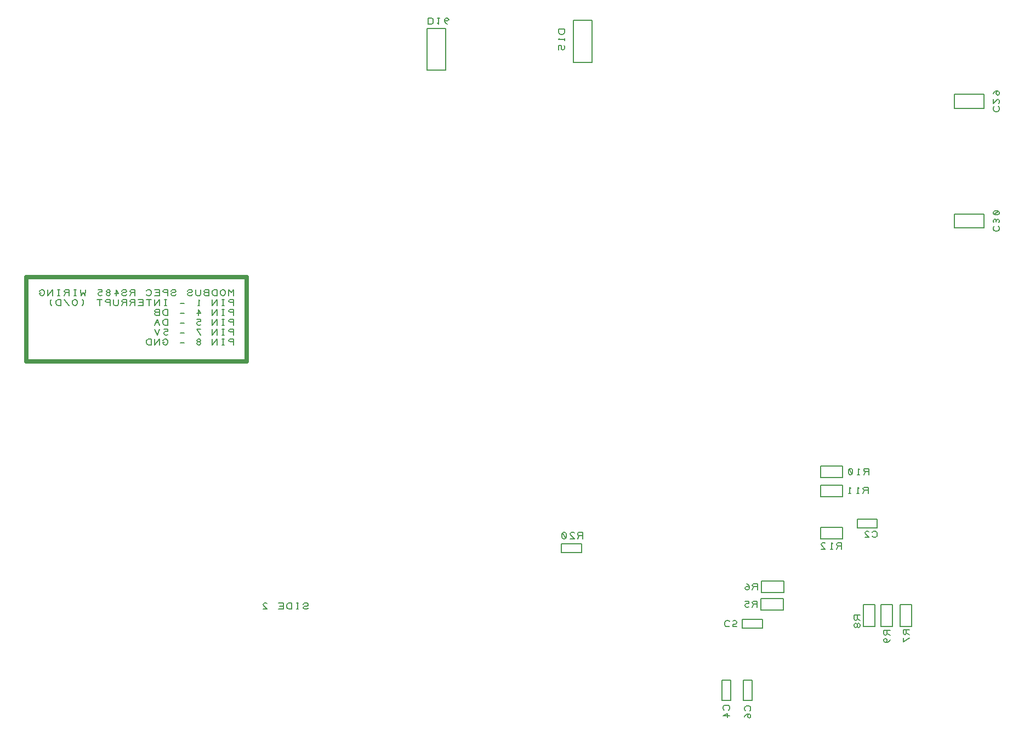
<source format=gbr>
%FSLAX23Y23*%
%MOIN*%
G04 EasyPC Gerber Version 14.0.2 Build 2922 *
%ADD18C,0.00500*%
%ADD17C,0.00787*%
%ADD19C,0.00800*%
%ADD16C,0.02500*%
X0Y0D02*
D02*
D16*
X254Y2341D02*
X1593D01*
Y2855*
X254*
Y2341*
D02*
D17*
X1514Y2741D02*
Y2779D01*
X1499Y2760*
X1483Y2779*
Y2741*
X1464Y2754D02*
Y2766D01*
X1461Y2772*
X1458Y2775*
X1452Y2779*
X1446*
X1439Y2775*
X1436Y2772*
X1433Y2766*
Y2754*
X1436Y2747*
X1439Y2744*
X1446Y2741*
X1452*
X1458Y2744*
X1461Y2747*
X1464Y2754*
X1414Y2741D02*
Y2779D01*
X1396*
X1389Y2775*
X1386Y2772*
X1383Y2766*
Y2754*
X1386Y2747*
X1389Y2744*
X1396Y2741*
X1414*
X1342Y2760D02*
X1336Y2757D01*
X1333Y2750*
X1336Y2744*
X1342Y2741*
X1364*
Y2779*
X1342*
X1336Y2775*
X1333Y2769*
X1336Y2763*
X1342Y2760*
X1364*
X1314Y2779D02*
Y2750D01*
X1311Y2744*
X1305Y2741*
X1292*
X1286Y2744*
X1283Y2750*
Y2779*
X1264Y2750D02*
X1261Y2744D01*
X1255Y2741*
X1242*
X1236Y2744*
X1233Y2750*
X1236Y2757*
X1242Y2760*
X1255*
X1261Y2763*
X1264Y2769*
X1261Y2775*
X1255Y2779*
X1242*
X1236Y2775*
X1233Y2769*
X1164Y2750D02*
X1161Y2744D01*
X1155Y2741*
X1142*
X1136Y2744*
X1133Y2750*
X1136Y2757*
X1142Y2760*
X1155*
X1161Y2763*
X1164Y2769*
X1161Y2775*
X1155Y2779*
X1142*
X1136Y2775*
X1133Y2769*
X1114Y2741D02*
Y2779D01*
X1092*
X1086Y2775*
X1083Y2769*
X1086Y2763*
X1092Y2760*
X1114*
X1064Y2741D02*
Y2779D01*
X1033*
X1039Y2760D02*
X1064D01*
Y2741D02*
X1033D01*
X983Y2747D02*
X986Y2744D01*
X992Y2741*
X1002*
X1008Y2744*
X1011Y2747*
X1014Y2754*
Y2766*
X1011Y2772*
X1008Y2775*
X1002Y2779*
X992*
X986Y2775*
X983Y2772*
X914Y2741D02*
Y2779D01*
X892*
X886Y2775*
X883Y2769*
X886Y2763*
X892Y2760*
X914*
X892D02*
X883Y2741D01*
X864Y2750D02*
X861Y2744D01*
X855Y2741*
X842*
X836Y2744*
X833Y2750*
X836Y2757*
X842Y2760*
X855*
X861Y2763*
X864Y2769*
X861Y2775*
X855Y2779*
X842*
X836Y2775*
X833Y2769*
X799Y2741D02*
Y2779D01*
X814Y2754*
X789*
X755Y2760D02*
X749D01*
X742Y2763*
X739Y2769*
X742Y2775*
X749Y2779*
X755*
X761Y2775*
X764Y2769*
X761Y2763*
X755Y2760*
X761Y2757*
X764Y2750*
X761Y2744*
X755Y2741*
X749*
X742Y2744*
X739Y2750*
X742Y2757*
X749Y2760*
X714Y2744D02*
X708Y2741D01*
X699*
X692Y2744*
X689Y2750*
Y2754*
X692Y2760*
X699Y2763*
X714*
Y2779*
X689*
X614D02*
X611Y2741D01*
X599Y2760*
X586Y2741*
X583Y2779*
X555Y2741D02*
X542D01*
X549D02*
Y2779D01*
X555D02*
X542D01*
X514Y2741D02*
Y2779D01*
X492*
X486Y2775*
X483Y2769*
X486Y2763*
X492Y2760*
X514*
X492D02*
X483Y2741D01*
X455D02*
X442D01*
X449D02*
Y2779D01*
X455D02*
X442D01*
X414Y2741D02*
Y2779D01*
X383Y2741*
Y2779*
X342Y2757D02*
X333D01*
Y2754*
X336Y2747*
X339Y2744*
X346Y2741*
X352*
X358Y2744*
X361Y2747*
X364Y2754*
Y2766*
X361Y2772*
X358Y2775*
X352Y2779*
X346*
X339Y2775*
X336Y2772*
X333Y2766*
X1514Y2681D02*
Y2719D01*
X1492*
X1486Y2715*
X1483Y2709*
X1486Y2703*
X1492Y2700*
X1514*
X1455Y2681D02*
X1442D01*
X1449D02*
Y2719D01*
X1455D02*
X1442D01*
X1414Y2681D02*
Y2719D01*
X1383Y2681*
Y2719*
X1308Y2681D02*
X1296D01*
X1302D02*
Y2719D01*
X1308Y2712*
X1214Y2694D02*
X1189D01*
X1105Y2681D02*
X1092D01*
X1099D02*
Y2719D01*
X1105D02*
X1092D01*
X1064Y2681D02*
Y2719D01*
X1033Y2681*
Y2719*
X999Y2681D02*
Y2719D01*
X1014D02*
X983D01*
X964Y2681D02*
Y2719D01*
X933*
X939Y2700D02*
X964D01*
Y2681D02*
X933D01*
X914D02*
Y2719D01*
X892*
X886Y2715*
X883Y2709*
X886Y2703*
X892Y2700*
X914*
X892D02*
X883Y2681D01*
X864D02*
Y2719D01*
X842*
X836Y2715*
X833Y2709*
X836Y2703*
X842Y2700*
X864*
X842D02*
X833Y2681D01*
X814Y2719D02*
Y2690D01*
X811Y2684*
X805Y2681*
X792*
X786Y2684*
X783Y2690*
Y2719*
X764Y2681D02*
Y2719D01*
X742*
X736Y2715*
X733Y2709*
X736Y2703*
X742Y2700*
X764*
X699Y2681D02*
Y2719D01*
X714D02*
X683D01*
X592Y2681D02*
X599Y2690D01*
Y2712*
X592Y2719*
X564Y2694D02*
Y2706D01*
X561Y2712*
X558Y2715*
X552Y2719*
X546*
X539Y2715*
X536Y2712*
X533Y2706*
Y2694*
X536Y2687*
X539Y2684*
X546Y2681*
X552*
X558Y2684*
X561Y2687*
X564Y2694*
X514Y2681D02*
X483Y2719D01*
X464Y2681D02*
Y2719D01*
X446*
X439Y2715*
X436Y2712*
X433Y2706*
Y2694*
X436Y2687*
X439Y2684*
X446Y2681*
X464*
X405D02*
X399Y2690D01*
Y2712*
X405Y2719*
X1514Y2621D02*
Y2659D01*
X1492*
X1486Y2655*
X1483Y2649*
X1486Y2643*
X1492Y2640*
X1514*
X1455Y2621D02*
X1442D01*
X1449D02*
Y2659D01*
X1455D02*
X1442D01*
X1414Y2621D02*
Y2659D01*
X1383Y2621*
Y2659*
X1299Y2621D02*
Y2659D01*
X1314Y2634*
X1289*
X1214D02*
X1189D01*
X1114Y2621D02*
Y2659D01*
X1096*
X1089Y2655*
X1086Y2652*
X1083Y2646*
Y2634*
X1086Y2627*
X1089Y2624*
X1096Y2621*
X1114*
X1042Y2640D02*
X1036Y2637D01*
X1033Y2630*
X1036Y2624*
X1042Y2621*
X1064*
Y2659*
X1042*
X1036Y2655*
X1033Y2649*
X1036Y2643*
X1042Y2640*
X1064*
X1514Y2561D02*
Y2599D01*
X1492*
X1486Y2595*
X1483Y2589*
X1486Y2583*
X1492Y2580*
X1514*
X1455Y2561D02*
X1442D01*
X1449D02*
Y2599D01*
X1455D02*
X1442D01*
X1414Y2561D02*
Y2599D01*
X1383Y2561*
Y2599*
X1314Y2564D02*
X1308Y2561D01*
X1299*
X1292Y2564*
X1289Y2570*
Y2574*
X1292Y2580*
X1299Y2583*
X1314*
Y2599*
X1289*
X1214Y2574D02*
X1189D01*
X1114Y2561D02*
Y2599D01*
X1096*
X1089Y2595*
X1086Y2592*
X1083Y2586*
Y2574*
X1086Y2567*
X1089Y2564*
X1096Y2561*
X1114*
X1064D02*
X1049Y2599D01*
X1033Y2561*
X1058Y2577D02*
X1039D01*
X1514Y2501D02*
Y2539D01*
X1492*
X1486Y2535*
X1483Y2529*
X1486Y2523*
X1492Y2520*
X1514*
X1455Y2501D02*
X1442D01*
X1449D02*
Y2539D01*
X1455D02*
X1442D01*
X1414Y2501D02*
Y2539D01*
X1383Y2501*
Y2539*
X1314Y2501D02*
X1289Y2539D01*
X1314*
X1214Y2514D02*
X1189D01*
X1114Y2504D02*
X1108Y2501D01*
X1099*
X1092Y2504*
X1089Y2510*
Y2514*
X1092Y2520*
X1099Y2523*
X1114*
Y2539*
X1089*
X1064D02*
X1049Y2501D01*
X1033Y2539*
X1514Y2441D02*
Y2479D01*
X1492*
X1486Y2475*
X1483Y2469*
X1486Y2463*
X1492Y2460*
X1514*
X1455Y2441D02*
X1442D01*
X1449D02*
Y2479D01*
X1455D02*
X1442D01*
X1414Y2441D02*
Y2479D01*
X1383Y2441*
Y2479*
X1305Y2460D02*
X1299D01*
X1292Y2463*
X1289Y2469*
X1292Y2475*
X1299Y2479*
X1305*
X1311Y2475*
X1314Y2469*
X1311Y2463*
X1305Y2460*
X1311Y2457*
X1314Y2450*
X1311Y2444*
X1305Y2441*
X1299*
X1292Y2444*
X1289Y2450*
X1292Y2457*
X1299Y2460*
X1214Y2454D02*
X1189D01*
X1092Y2457D02*
X1083D01*
Y2454*
X1086Y2447*
X1089Y2444*
X1096Y2441*
X1102*
X1108Y2444*
X1111Y2447*
X1114Y2454*
Y2466*
X1111Y2472*
X1108Y2475*
X1102Y2479*
X1096*
X1089Y2475*
X1086Y2472*
X1083Y2466*
X1064Y2441D02*
Y2479D01*
X1033Y2441*
Y2479*
X1014Y2441D02*
Y2479D01*
X996*
X989Y2475*
X986Y2472*
X983Y2466*
Y2454*
X986Y2447*
X989Y2444*
X996Y2441*
X1014*
X1968Y842D02*
X1965Y836D01*
X1958Y833*
X1946*
X1940Y836*
X1936Y842*
X1940Y849*
X1946Y852*
X1958*
X1965Y855*
X1968Y861*
X1965Y867*
X1958Y871*
X1946*
X1940Y867*
X1936Y861*
X1908Y833D02*
X1896D01*
X1902D02*
Y871D01*
X1908D02*
X1896D01*
X1868Y833D02*
Y871D01*
X1849*
X1843Y867*
X1840Y864*
X1836Y858*
Y846*
X1840Y839*
X1843Y836*
X1849Y833*
X1868*
X1818D02*
Y871D01*
X1786*
X1793Y852D02*
X1818D01*
Y833D02*
X1786D01*
X1693D02*
X1718D01*
X1696Y855*
X1693Y861*
X1696Y867*
X1702Y871*
X1711*
X1718Y867*
D02*
D18*
X2697Y4432D02*
Y4394D01*
X2715*
X2722Y4397*
X2725Y4400*
X2728Y4407*
Y4419*
X2725Y4425*
X2722Y4428*
X2715Y4432*
X2697*
X2753D02*
X2765D01*
X2759D02*
Y4394D01*
X2753Y4400*
X2797Y4422D02*
X2800Y4416D01*
X2806Y4413*
X2812*
X2818Y4416*
X2822Y4422*
X2818Y4428*
X2812Y4432*
X2806*
X2800Y4428*
X2797Y4422*
Y4413*
X2800Y4403*
X2806Y4397*
X2812Y4394*
X2803Y4369D02*
Y4113D01*
X2690*
Y4369*
X2803*
X3527Y4363D02*
X3489D01*
Y4344*
X3493Y4338*
X3496Y4335*
X3502Y4332*
X3514*
X3521Y4335*
X3524Y4338*
X3527Y4344*
Y4363*
Y4307D02*
Y4294D01*
Y4301D02*
X3489D01*
X3496Y4307*
X3524Y4263D02*
X3527Y4257D01*
Y4248*
X3524Y4241*
X3518Y4238*
X3514*
X3508Y4241*
X3505Y4248*
Y4263*
X3489*
Y4238*
X3636Y1262D02*
Y1300D01*
X3614*
X3608Y1296*
X3605Y1290*
X3608Y1284*
X3614Y1281*
X3636*
X3614D02*
X3605Y1262D01*
X3561D02*
X3586D01*
X3564Y1284*
X3561Y1290*
X3564Y1296*
X3571Y1300*
X3580*
X3586Y1296*
X3533Y1265D02*
X3527Y1262D01*
X3521*
X3514Y1265*
X3511Y1271*
Y1290*
X3514Y1296*
X3521Y1300*
X3527*
X3533Y1296*
X3536Y1290*
Y1271*
X3533Y1265*
X3514Y1296*
X3693Y4416D02*
Y4160D01*
X3580*
Y4416*
X3693*
X4530Y757D02*
X4527Y760D01*
X4520Y763*
X4511*
X4505Y760*
X4502Y757*
X4499Y751*
Y738*
X4502Y732*
X4505Y729*
X4511Y726*
X4520*
X4527Y729*
X4530Y732*
X4549Y760D02*
X4555Y763D01*
X4564*
X4570Y760*
X4574Y754*
Y751*
X4570Y744*
X4564Y741*
X4549*
Y726*
X4574*
X4522Y218D02*
X4525Y221D01*
X4529Y227*
Y236*
X4525Y243*
X4522Y246*
X4516Y249*
X4504*
X4497Y246*
X4494Y243*
X4491Y236*
Y227*
X4494Y221*
X4497Y218*
X4529Y183D02*
X4491D01*
X4516Y199*
Y174*
X4652Y214D02*
X4655Y217D01*
X4658Y223*
Y232*
X4655Y239*
X4652Y242*
X4646Y245*
X4633*
X4627Y242*
X4624Y239*
X4621Y232*
Y223*
X4624Y217*
X4627Y214*
X4649Y195D02*
X4643Y192D01*
X4640Y185*
Y179*
X4643Y173*
X4649Y170*
X4655Y173*
X4658Y179*
Y185*
X4655Y192*
X4649Y195*
X4640*
X4630Y192*
X4624Y185*
X4621Y179*
X4697Y845D02*
Y882D01*
X4675*
X4669Y879*
X4666Y873*
X4669Y867*
X4675Y864*
X4697*
X4675D02*
X4666Y845D01*
X4647Y848D02*
X4641Y845D01*
X4632*
X4625Y848*
X4622Y854*
Y857*
X4625Y864*
X4632Y867*
X4647*
Y882*
X4622*
X4699Y951D02*
Y989D01*
X4677*
X4671Y985*
X4668Y979*
X4671Y973*
X4677Y970*
X4699*
X4677D02*
X4668Y951D01*
X4649Y960D02*
X4646Y967D01*
X4640Y970*
X4634*
X4627Y967*
X4624Y960*
X4627Y954*
X4634Y951*
X4640*
X4646Y954*
X4649Y960*
Y970*
X4646Y979*
X4640Y985*
X4634Y989*
X5211Y1199D02*
Y1237D01*
X5189*
X5183Y1233*
X5180Y1227*
X5183Y1221*
X5189Y1218*
X5211*
X5189D02*
X5180Y1199D01*
X5155D02*
X5142D01*
X5149D02*
Y1237D01*
X5155Y1230*
X5086Y1199D02*
X5111D01*
X5089Y1221*
X5086Y1227*
X5089Y1233*
X5096Y1237*
X5105*
X5111Y1233*
X5324Y796D02*
X5286D01*
Y774*
X5289Y768*
X5296Y765*
X5302Y768*
X5305Y774*
Y796*
Y774D02*
X5324Y765D01*
X5305Y737D02*
Y730D01*
X5302Y724*
X5296Y721*
X5289Y724*
X5286Y730*
Y737*
X5289Y743*
X5296Y746*
X5302Y743*
X5305Y737*
X5308Y743*
X5314Y746*
X5321Y743*
X5324Y737*
Y730*
X5321Y724*
X5314Y721*
X5308Y724*
X5305Y730*
X5373Y1538D02*
Y1575D01*
X5351*
X5344Y1572*
X5341Y1566*
X5344Y1560*
X5351Y1556*
X5373*
X5351D02*
X5341Y1538D01*
X5316D02*
X5304D01*
X5310D02*
Y1575D01*
X5316Y1569*
X5266Y1538D02*
X5254D01*
X5260D02*
Y1575D01*
X5266Y1569*
X5377Y1652D02*
Y1689D01*
X5355*
X5348Y1686*
X5345Y1680*
X5348Y1674*
X5355Y1671*
X5377*
X5355D02*
X5345Y1652D01*
X5320D02*
X5308D01*
X5314D02*
Y1689D01*
X5320Y1683*
X5273Y1655D02*
X5267Y1652D01*
X5261*
X5255Y1655*
X5252Y1661*
Y1680*
X5255Y1686*
X5261Y1689*
X5267*
X5273Y1686*
X5277Y1680*
Y1661*
X5273Y1655*
X5255Y1686*
X5396Y1276D02*
X5400Y1273D01*
X5406Y1270*
X5415*
X5421Y1273*
X5425Y1276*
X5428Y1282*
Y1295*
X5425Y1301*
X5421Y1304*
X5415Y1307*
X5406*
X5400Y1304*
X5396Y1301*
X5353Y1270D02*
X5378D01*
X5356Y1292*
X5353Y1298*
X5356Y1304*
X5362Y1307*
X5371*
X5378Y1304*
X5505Y705D02*
X5467D01*
Y684*
X5471Y677*
X5477Y674*
X5483Y677*
X5486Y684*
Y705*
Y684D02*
X5505Y674D01*
Y646D02*
X5502Y640D01*
X5496Y634*
X5486Y630*
X5477*
X5471Y634*
X5467Y640*
Y646*
X5471Y652*
X5477Y655*
X5483Y652*
X5486Y646*
Y640*
X5483Y634*
X5477Y630*
X5623Y709D02*
X5586D01*
Y688*
X5589Y681*
X5595Y678*
X5601Y681*
X5604Y688*
Y709*
Y688D02*
X5623Y678D01*
Y659D02*
X5586Y634D01*
Y659*
X6139Y3164D02*
X6136Y3161D01*
X6133Y3155*
Y3146*
X6136Y3139*
X6139Y3136*
X6145Y3133*
X6158*
X6164Y3136*
X6167Y3139*
X6170Y3146*
Y3155*
X6167Y3161*
X6164Y3164*
X6136Y3186D02*
X6133Y3192D01*
Y3199*
X6136Y3205*
X6142Y3208*
X6148Y3205*
X6151Y3199*
Y3192*
Y3199D02*
X6155Y3205D01*
X6161Y3208*
X6167Y3205*
X6170Y3199*
Y3192*
X6167Y3186*
X6136Y3236D02*
X6133Y3242D01*
Y3249*
X6136Y3255*
X6142Y3258*
X6161*
X6167Y3255*
X6170Y3249*
Y3242*
X6167Y3236*
X6161Y3233*
X6142*
X6136Y3236*
X6167Y3255*
X6139Y3893D02*
X6136Y3890D01*
X6133Y3883*
Y3874*
X6136Y3868*
X6139Y3865*
X6145Y3861*
X6158*
X6164Y3865*
X6167Y3868*
X6170Y3874*
Y3883*
X6167Y3890*
X6164Y3893*
X6133Y3936D02*
Y3911D01*
X6155Y3933*
X6161Y3936*
X6167Y3933*
X6170Y3927*
Y3918*
X6167Y3911*
X6133Y3971D02*
X6136Y3977D01*
X6142Y3983*
X6151Y3986*
X6161*
X6167Y3983*
X6170Y3977*
Y3971*
X6167Y3965*
X6161Y3961*
X6155Y3965*
X6151Y3971*
Y3977*
X6155Y3983*
X6161Y3986*
D02*
D19*
X3631Y1179D02*
Y1232D01*
X3508*
Y1179*
X3631*
X4484Y278D02*
X4537D01*
Y401*
X4484*
Y278*
X4606Y771D02*
Y718D01*
X4729*
Y771*
X4606*
X4614Y278D02*
X4667D01*
Y401*
X4614*
Y278*
X4720Y898D02*
Y828D01*
X4856*
Y898*
X4720*
X4724Y1004D02*
Y934D01*
X4860*
Y1004*
X4724*
X5218Y1261D02*
Y1331D01*
X5082*
Y1261*
X5218*
Y1517D02*
Y1587D01*
X5082*
Y1517*
X5218*
Y1635D02*
Y1705D01*
X5082*
Y1635*
X5218*
X5342Y726D02*
X5412D01*
Y862*
X5342*
Y726*
X5428Y1329D02*
Y1382D01*
X5305*
Y1329*
X5428*
X5450Y726D02*
X5520D01*
Y862*
X5450*
Y726*
X5568D02*
X5638D01*
Y862*
X5568*
Y726*
X6078Y3153D02*
Y3238D01*
X5895*
Y3153*
X6078*
Y3881D02*
Y3966D01*
X5895*
Y3881*
X6078*
X0Y0D02*
M02*

</source>
